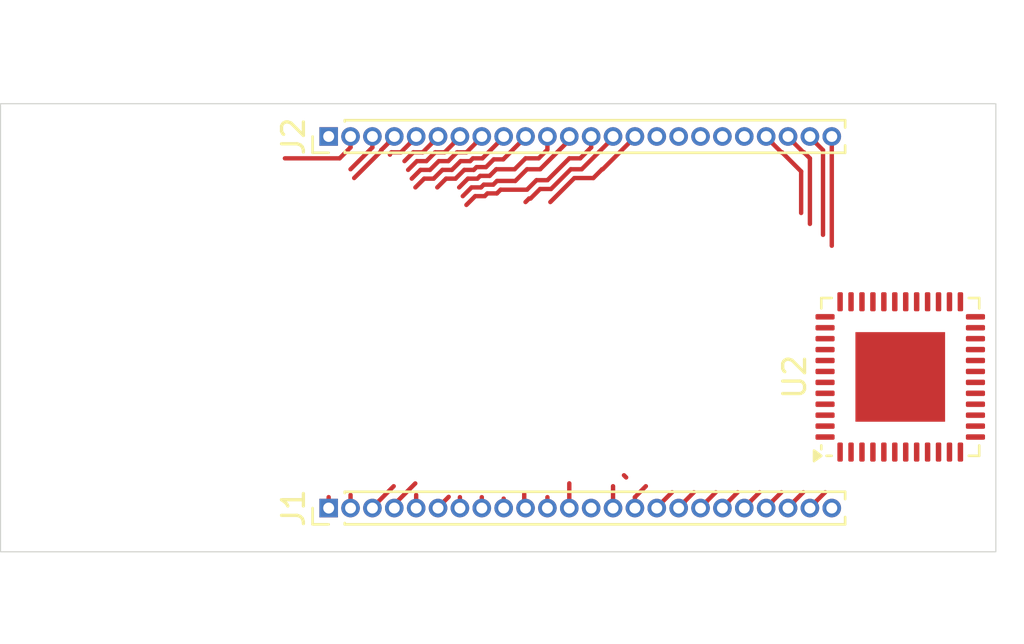
<source format=kicad_pcb>
(kicad_pcb (version 20241229) (generator "pcbnew") (generator_version "9.0")
  (layers (0 "F.Cu" signal) (2 "B.Cu" signal) (13 "F.Paste" user) (15 "B.Paste" user) (5 "F.SilkS" user "F.Silkscreen") (7 "B.SilkS" user "B.Silkscreen") (1 "F.Mask" user) (3 "B.Mask" user) (25 "Edge.Cuts" user))
  (net 0 "")
  (net 1 "Net-(J2-Pin_3)")
  (net 2 "Net-(J2-Pin_5)")
  (net 3 "Net-(J2-Pin_10)")
  (net 4 "Net-(J2-Pin_6)")
  (net 5 "Net-(J2-Pin_8)")
  (net 6 "Net-(J2-Pin_2)")
  (net 7 "Net-(J2-Pin_7)")
  (net 8 "Net-(J2-Pin_11)")
  (net 9 "Net-(J2-Pin_1)")
  (net 10 "Net-(J2-Pin_12)")
  (net 11 "Net-(J2-Pin_4)")
  (net 12 "Net-(J2-Pin_9)")
  (net 13 "Net-(J1-Pin_4)")
  (net 14 "Net-(J1-Pin_15)")
  (net 15 "Net-(J1-Pin_10)")
  (net 16 "Net-(J1-Pin_21)")
  (net 17 "Net-(J1-Pin_2)")
  (net 18 "Net-(J1-Pin_9)")
  (net 19 "Net-(J1-Pin_12)")
  (net 20 "Net-(J1-Pin_13)")
  (net 21 "Net-(J1-Pin_7)")
  (net 22 "Net-(J1-Pin_22)")
  (net 23 "Net-(J1-Pin_6)")
  (net 24 "Net-(J1-Pin_8)")
  (net 25 "Net-(J1-Pin_20)")
  (net 27 "Net-(J1-Pin_23)")
  (net 28 "Net-(J1-Pin_17)")
  (net 29 "Net-(J1-Pin_11)")
  (net 30 "Net-(J1-Pin_24)")
  (net 31 "Net-(J1-Pin_1)")
  (net 32 "Net-(J1-Pin_5)")
  (net 33 "Net-(J1-Pin_3)")
  (net 34 "Net-(J1-Pin_19)")
  (net 35 "Net-(J1-Pin_16)")
  (net 36 "Net-(J1-Pin_18)")
  (net 37 "Net-(J1-Pin_14)")
  (net 38 "Net-(J2-Pin_24)")
  (net 39 "Net-(J2-Pin_17)")
  (net 40 "Net-(J2-Pin_19)")
  (net 41 "Net-(J2-Pin_13)")
  (net 42 "Net-(J2-Pin_15)")
  (net 43 "Net-(J2-Pin_20)")
  (net 44 "Net-(J2-Pin_18)")
  (net 45 "Net-(J2-Pin_16)")
  (net 46 "Net-(J2-Pin_14)")
  (net 47 "Net-(J2-Pin_23)")
  (net 48 "Net-(J2-Pin_22)")
  (net 49 "Net-(J2-Pin_21)")
  (footprint "Package_DFN_QFN:VQFN-48-1EP_7x7mm_P0.5mm_EP4.1x4.1mm" (layer "F.Cu") (at 191.63 55 90)
    (property "Reference" "U2" (at 0 -4.83 90) (layer "F.SilkS"))
    (property "Value" "PIC32CX1012BZ25048")
    (fp_line (start 3.61 -3.61) (end 3.61 -3.135) (stroke (width 0.12)) (layer "F.SilkS"))
    (fp_line (start 3.135 -3.61) (end 3.61 -3.61) (stroke (width 0.12)) (layer "F.SilkS"))
    (fp_line (start -3.135 -3.61) (end -3.31 -3.61) (stroke (width 0.12)) (layer "F.SilkS"))
    (fp_line (start -3.61 -3.135) (end -3.61 -3.37) (stroke (width 0.12)) (layer "F.SilkS"))
    (fp_line (start 3.61 3.61) (end 3.61 3.135) (stroke (width 0.12)) (layer "F.SilkS"))
    (fp_line (start 3.135 3.61) (end 3.61 3.61) (stroke (width 0.12)) (layer "F.SilkS"))
    (fp_line (start -3.135 3.61) (end -3.61 3.61) (stroke (width 0.12)) (layer "F.SilkS"))
    (fp_line (start -3.61 3.61) (end -3.61 3.135) (stroke (width 0.12)) (layer "F.SilkS"))
    (fp_poly (pts (xy -3.61 -3.61) (xy -3.85 -3.94) (xy -3.37 -3.94)) (stroke (width 0.12)) (fill yes) (layer "F.SilkS"))
    (pad "1" smd roundrect (at -3.4375 -2.75 90) (size 0.875 0.25) (layers "F.Cu" "F.Mask" "F.Paste") (net 31 "Net-(J1-Pin_1)"))
    (pad "2" smd roundrect (at -3.4375 -2.25 90) (size 0.875 0.25) (layers "F.Cu" "F.Mask" "F.Paste") (net 17 "Net-(J1-Pin_2)"))
    (pad "3" smd roundrect (at -3.4375 -1.75 90) (size 0.875 0.25) (layers "F.Cu" "F.Mask" "F.Paste") (net 33 "Net-(J1-Pin_3)"))
    (pad "4" smd roundrect (at -3.4375 -1.25 90) (size 0.875 0.25) (layers "F.Cu" "F.Mask" "F.Paste") (net 13 "Net-(J1-Pin_4)"))
    (pad "5" smd roundrect (at -3.4375 -0.75 90) (size 0.875 0.25) (layers "F.Cu" "F.Mask" "F.Paste") (net 32 "Net-(J1-Pin_5)"))
    (pad "6" smd roundrect (at -3.4375 -0.25 90) (size 0.875 0.25) (layers "F.Cu" "F.Mask" "F.Paste") (net 23 "Net-(J1-Pin_6)"))
    (pad "7" smd roundrect (at -3.4375 0.25 90) (size 0.875 0.25) (layers "F.Cu" "F.Mask" "F.Paste") (net 21 "Net-(J1-Pin_7)"))
    (pad "8" smd roundrect (at -3.4375 0.75 90) (size 0.875 0.25) (layers "F.Cu" "F.Mask" "F.Paste") (net 24 "Net-(J1-Pin_8)"))
    (pad "9" smd roundrect (at -3.4375 1.25 90) (size 0.875 0.25) (layers "F.Cu" "F.Mask" "F.Paste") (net 18 "Net-(J1-Pin_9)"))
    (pad "10" smd roundrect (at -3.4375 1.75 90) (size 0.875 0.25) (layers "F.Cu" "F.Mask" "F.Paste") (net 15 "Net-(J1-Pin_10)"))
    (pad "11" smd roundrect (at -3.4375 2.25 90) (size 0.875 0.25) (layers "F.Cu" "F.Mask" "F.Paste") (net 29 "Net-(J1-Pin_11)"))
    (pad "12" smd roundrect (at -3.4375 2.75 90) (size 0.875 0.25) (layers "F.Cu" "F.Mask" "F.Paste") (net 19 "Net-(J1-Pin_12)"))
    (pad "13" smd roundrect (at -2.75 3.4375 90) (size 0.25 0.875) (layers "F.Cu" "F.Mask" "F.Paste") (net 20 "Net-(J1-Pin_13)"))
    (pad "14" smd roundrect (at -2.25 3.4375 90) (size 0.25 0.875) (layers "F.Cu" "F.Mask" "F.Paste") (net 37 "Net-(J1-Pin_14)"))
    (pad "15" smd roundrect (at -1.75 3.4375 90) (size 0.25 0.875) (layers "F.Cu" "F.Mask" "F.Paste") (net 14 "Net-(J1-Pin_15)"))
    (pad "16" smd roundrect (at -1.25 3.4375 90) (size 0.25 0.875) (layers "F.Cu" "F.Mask" "F.Paste") (net 35 "Net-(J1-Pin_16)"))
    (pad "17" smd roundrect (at -0.75 3.4375 90) (size 0.25 0.875) (layers "F.Cu" "F.Mask" "F.Paste") (net 28 "Net-(J1-Pin_17)"))
    (pad "18" smd roundrect (at -0.25 3.4375 90) (size 0.25 0.875) (layers "F.Cu" "F.Mask" "F.Paste") (net 36 "Net-(J1-Pin_18)"))
    (pad "19" smd roundrect (at 0.25 3.4375 90) (size 0.25 0.875) (layers "F.Cu" "F.Mask" "F.Paste") (net 34 "Net-(J1-Pin_19)"))
    (pad "20" smd roundrect (at 0.75 3.4375 90) (size 0.25 0.875) (layers "F.Cu" "F.Mask" "F.Paste") (net 25 "Net-(J1-Pin_20)"))
    (pad "21" smd roundrect (at 1.25 3.4375 90) (size 0.25 0.875) (layers "F.Cu" "F.Mask" "F.Paste") (net 16 "Net-(J1-Pin_21)"))
    (pad "22" smd roundrect (at 1.75 3.4375 90) (size 0.25 0.875) (layers "F.Cu" "F.Mask" "F.Paste") (net 22 "Net-(J1-Pin_22)"))
    (pad "23" smd roundrect (at 2.25 3.4375 90) (size 0.25 0.875) (layers "F.Cu" "F.Mask" "F.Paste") (net 27 "Net-(J1-Pin_23)"))
    (pad "24" smd roundrect (at 2.75 3.4375 90) (size 0.25 0.875) (layers "F.Cu" "F.Mask" "F.Paste") (net 30 "Net-(J1-Pin_24)"))
    (pad "25" smd roundrect (at 3.4375 2.75 90) (size 0.875 0.25) (layers "F.Cu" "F.Mask" "F.Paste") (net 38 "Net-(J2-Pin_24)"))
    (pad "26" smd roundrect (at 3.4375 2.25 90) (size 0.875 0.25) (layers "F.Cu" "F.Mask" "F.Paste") (net 47 "Net-(J2-Pin_23)"))
    (pad "27" smd roundrect (at 3.4375 1.75 90) (size 0.875 0.25) (layers "F.Cu" "F.Mask" "F.Paste") (net 48 "Net-(J2-Pin_22)"))
    (pad "28" smd roundrect (at 3.4375 1.25 90) (size 0.875 0.25) (layers "F.Cu" "F.Mask" "F.Paste") (net 49 "Net-(J2-Pin_21)"))
    (pad "29" smd roundrect (at 3.4375 0.75 90) (size 0.875 0.25) (layers "F.Cu" "F.Mask" "F.Paste") (net 43 "Net-(J2-Pin_20)"))
    (pad "30" smd roundrect (at 3.4375 0.25 90) (size 0.875 0.25) (layers "F.Cu" "F.Mask" "F.Paste") (net 40 "Net-(J2-Pin_19)"))
    (pad "31" smd roundrect (at 3.4375 -0.25 90) (size 0.875 0.25) (layers "F.Cu" "F.Mask" "F.Paste") (net 44 "Net-(J2-Pin_18)"))
    (pad "32" smd roundrect (at 3.4375 -0.75 90) (size 0.875 0.25) (layers "F.Cu" "F.Mask" "F.Paste") (net 39 "Net-(J2-Pin_17)"))
    (pad "33" smd roundrect (at 3.4375 -1.25 90) (size 0.875 0.25) (layers "F.Cu" "F.Mask" "F.Paste") (net 45 "Net-(J2-Pin_16)"))
    (pad "34" smd roundrect (at 3.4375 -1.75 90) (size 0.875 0.25) (layers "F.Cu" "F.Mask" "F.Paste") (net 42 "Net-(J2-Pin_15)"))
    (pad "35" smd roundrect (at 3.4375 -2.25 90) (size 0.875 0.25) (layers "F.Cu" "F.Mask" "F.Paste") (net 46 "Net-(J2-Pin_14)"))
    (pad "36" smd roundrect (at 3.4375 -2.75 90) (size 0.875 0.25) (layers "F.Cu" "F.Mask" "F.Paste") (net 41 "Net-(J2-Pin_13)"))
    (pad "37" smd roundrect (at 2.75 -3.4375 90) (size 0.25 0.875) (layers "F.Cu" "F.Mask" "F.Paste") (net 10 "Net-(J2-Pin_12)"))
    (pad "38" smd roundrect (at 2.25 -3.4375 90) (size 0.25 0.875) (layers "F.Cu" "F.Mask" "F.Paste") (net 8 "Net-(J2-Pin_11)"))
    (pad "39" smd roundrect (at 1.75 -3.4375 90) (size 0.25 0.875) (layers "F.Cu" "F.Mask" "F.Paste") (net 3 "Net-(J2-Pin_10)"))
    (pad "40" smd roundrect (at 1.25 -3.4375 90) (size 0.25 0.875) (layers "F.Cu" "F.Mask" "F.Paste") (net 12 "Net-(J2-Pin_9)"))
    (pad "41" smd roundrect (at 0.75 -3.4375 90) (size 0.25 0.875) (layers "F.Cu" "F.Mask" "F.Paste") (net 5 "Net-(J2-Pin_8)"))
    (pad "42" smd roundrect (at 0.25 -3.4375 90) (size 0.25 0.875) (layers "F.Cu" "F.Mask" "F.Paste") (net 7 "Net-(J2-Pin_7)"))
    (pad "43" smd roundrect (at -0.25 -3.4375 90) (size 0.25 0.875) (layers "F.Cu" "F.Mask" "F.Paste") (net 4 "Net-(J2-Pin_6)"))
    (pad "44" smd roundrect (at -0.75 -3.4375 90) (size 0.25 0.875) (layers "F.Cu" "F.Mask" "F.Paste") (net 2 "Net-(J2-Pin_5)"))
    (pad "45" smd roundrect (at -1.25 -3.4375 90) (size 0.25 0.875) (layers "F.Cu" "F.Mask" "F.Paste") (net 11 "Net-(J2-Pin_4)"))
    (pad "46" smd roundrect (at -1.75 -3.4375 90) (size 0.25 0.875) (layers "F.Cu" "F.Mask" "F.Paste") (net 1 "Net-(J2-Pin_3)"))
    (pad "47" smd roundrect (at -2.25 -3.4375 90) (size 0.25 0.875) (layers "F.Cu" "F.Mask" "F.Paste") (net 6 "Net-(J2-Pin_2)"))
    (pad "48" smd roundrect (at -2.75 -3.4375 90) (size 0.25 0.875) (layers "F.Cu" "F.Mask" "F.Paste") (net 9 "Net-(J2-Pin_1)"))
    (pad "49" smd rect (at 0 0 90) (size 4.1 4.1) (property pad_prop_heatsink) (layers "F.Cu" "F.Mask"))
  )
  (footprint "Connector_PinHeader_1.00mm:PinHeader_1x24_P1.00mm_Vertical" (layer "F.Cu") (at 165.5 44 90)
    (property "Reference" "J2" (at 0 -1.61 90) (layer "F.SilkS"))
    (property "Value" "Conn_01x24_Pin")
    (fp_line (start -0.745 -0.735) (end 0 -0.735) (stroke (width 0.12)) (layer "F.SilkS"))
    (fp_line (start -0.745 0) (end -0.745 -0.735) (stroke (width 0.12)) (layer "F.SilkS"))
    (fp_line (start 0.745 0.735) (end 0.745 23.61) (stroke (width 0.12)) (layer "F.SilkS"))
    (fp_line (start 0.685565 0.735) (end 0.745 0.735) (stroke (width 0.12)) (layer "F.SilkS"))
    (fp_line (start -0.745 0.735) (end -0.685565 0.735) (stroke (width 0.12)) (layer "F.SilkS"))
    (fp_line (start -0.745 0.735) (end -0.745 23.61) (stroke (width 0.12)) (layer "F.SilkS"))
    (fp_line (start 0.41003 23.61) (end 0.745 23.61) (stroke (width 0.12)) (layer "F.SilkS"))
    (fp_line (start -0.745 23.61) (end -0.41003 23.61) (stroke (width 0.12)) (layer "F.SilkS"))
    (pad "1" thru_hole rect (at 0 0 90) (size 0.85 0.85) (drill 0.5) (layers "*.Cu" "*.Mask") (net 9 "Net-(J2-Pin_1)"))
    (pad "2" thru_hole circle (at 0 1 90) (size 0.85 0.85) (drill 0.5) (layers "*.Cu" "*.Mask") (net 6 "Net-(J2-Pin_2)"))
    (pad "3" thru_hole circle (at 0 2 90) (size 0.85 0.85) (drill 0.5) (layers "*.Cu" "*.Mask") (net 1 "Net-(J2-Pin_3)"))
    (pad "4" thru_hole circle (at 0 3 90) (size 0.85 0.85) (drill 0.5) (layers "*.Cu" "*.Mask") (net 11 "Net-(J2-Pin_4)"))
    (pad "5" thru_hole circle (at 0 4 90) (size 0.85 0.85) (drill 0.5) (layers "*.Cu" "*.Mask") (net 2 "Net-(J2-Pin_5)"))
    (pad "6" thru_hole circle (at 0 5 90) (size 0.85 0.85) (drill 0.5) (layers "*.Cu" "*.Mask") (net 4 "Net-(J2-Pin_6)"))
    (pad "7" thru_hole circle (at 0 6 90) (size 0.85 0.85) (drill 0.5) (layers "*.Cu" "*.Mask") (net 7 "Net-(J2-Pin_7)"))
    (pad "8" thru_hole circle (at 0 7 90) (size 0.85 0.85) (drill 0.5) (layers "*.Cu" "*.Mask") (net 5 "Net-(J2-Pin_8)"))
    (pad "9" thru_hole circle (at 0 8 90) (size 0.85 0.85) (drill 0.5) (layers "*.Cu" "*.Mask") (net 12 "Net-(J2-Pin_9)"))
    (pad "10" thru_hole circle (at 0 9 90) (size 0.85 0.85) (drill 0.5) (layers "*.Cu" "*.Mask") (net 3 "Net-(J2-Pin_10)"))
    (pad "11" thru_hole circle (at 0 10 90) (size 0.85 0.85) (drill 0.5) (layers "*.Cu" "*.Mask") (net 8 "Net-(J2-Pin_11)"))
    (pad "12" thru_hole circle (at 0 11 90) (size 0.85 0.85) (drill 0.5) (layers "*.Cu" "*.Mask") (net 10 "Net-(J2-Pin_12)"))
    (pad "13" thru_hole circle (at 0 12 90) (size 0.85 0.85) (drill 0.5) (layers "*.Cu" "*.Mask") (net 41 "Net-(J2-Pin_13)"))
    (pad "14" thru_hole circle (at 0 13 90) (size 0.85 0.85) (drill 0.5) (layers "*.Cu" "*.Mask") (net 46 "Net-(J2-Pin_14)"))
    (pad "15" thru_hole circle (at 0 14 90) (size 0.85 0.85) (drill 0.5) (layers "*.Cu" "*.Mask") (net 42 "Net-(J2-Pin_15)"))
    (pad "16" thru_hole circle (at 0 15 90) (size 0.85 0.85) (drill 0.5) (layers "*.Cu" "*.Mask") (net 45 "Net-(J2-Pin_16)"))
    (pad "17" thru_hole circle (at 0 16 90) (size 0.85 0.85) (drill 0.5) (layers "*.Cu" "*.Mask") (net 39 "Net-(J2-Pin_17)"))
    (pad "18" thru_hole circle (at 0 17 90) (size 0.85 0.85) (drill 0.5) (layers "*.Cu" "*.Mask") (net 44 "Net-(J2-Pin_18)"))
    (pad "19" thru_hole circle (at 0 18 90) (size 0.85 0.85) (drill 0.5) (layers "*.Cu" "*.Mask") (net 40 "Net-(J2-Pin_19)"))
    (pad "20" thru_hole circle (at 0 19 90) (size 0.85 0.85) (drill 0.5) (layers "*.Cu" "*.Mask") (net 43 "Net-(J2-Pin_20)"))
    (pad "21" thru_hole circle (at 0 20 90) (size 0.85 0.85) (drill 0.5) (layers "*.Cu" "*.Mask") (net 49 "Net-(J2-Pin_21)"))
    (pad "22" thru_hole circle (at 0 21 90) (size 0.85 0.85) (drill 0.5) (layers "*.Cu" "*.Mask") (net 48 "Net-(J2-Pin_22)"))
    (pad "23" thru_hole circle (at 0 22 90) (size 0.85 0.85) (drill 0.5) (layers "*.Cu" "*.Mask") (net 47 "Net-(J2-Pin_23)"))
    (pad "24" thru_hole circle (at 0 23 90) (size 0.85 0.85) (drill 0.5) (layers "*.Cu" "*.Mask") (net 38 "Net-(J2-Pin_24)"))
  )
  (footprint "Connector_PinHeader_1.00mm:PinHeader_1x24_P1.00mm_Vertical" (layer "F.Cu") (at 165.5 61 90)
    (property "Reference" "J1" (at 0 -1.61 90) (layer "F.SilkS"))
    (property "Value" "Conn_01x24_Pin")
    (fp_line (start -0.745 -0.735) (end 0 -0.735) (stroke (width 0.12)) (layer "F.SilkS"))
    (fp_line (start -0.745 0) (end -0.745 -0.735) (stroke (width 0.12)) (layer "F.SilkS"))
    (fp_line (start 0.745 0.735) (end 0.745 23.61) (stroke (width 0.12)) (layer "F.SilkS"))
    (fp_line (start 0.685565 0.735) (end 0.745 0.735) (stroke (width 0.12)) (layer "F.SilkS"))
    (fp_line (start -0.745 0.735) (end -0.685565 0.735) (stroke (width 0.12)) (layer "F.SilkS"))
    (fp_line (start -0.745 0.735) (end -0.745 23.61) (stroke (width 0.12)) (layer "F.SilkS"))
    (fp_line (start 0.41003 23.61) (end 0.745 23.61) (stroke (width 0.12)) (layer "F.SilkS"))
    (fp_line (start -0.745 23.61) (end -0.41003 23.61) (stroke (width 0.12)) (layer "F.SilkS"))
    (pad "1" thru_hole rect (at 0 0 90) (size 0.85 0.85) (drill 0.5) (layers "*.Cu" "*.Mask") (net 31 "Net-(J1-Pin_1)"))
    (pad "2" thru_hole circle (at 0 1 90) (size 0.85 0.85) (drill 0.5) (layers "*.Cu" "*.Mask") (net 17 "Net-(J1-Pin_2)"))
    (pad "3" thru_hole circle (at 0 2 90) (size 0.85 0.85) (drill 0.5) (layers "*.Cu" "*.Mask") (net 33 "Net-(J1-Pin_3)"))
    (pad "4" thru_hole circle (at 0 3 90) (size 0.85 0.85) (drill 0.5) (layers "*.Cu" "*.Mask") (net 13 "Net-(J1-Pin_4)"))
    (pad "5" thru_hole circle (at 0 4 90) (size 0.85 0.85) (drill 0.5) (layers "*.Cu" "*.Mask") (net 32 "Net-(J1-Pin_5)"))
    (pad "6" thru_hole circle (at 0 5 90) (size 0.85 0.85) (drill 0.5) (layers "*.Cu" "*.Mask") (net 23 "Net-(J1-Pin_6)"))
    (pad "7" thru_hole circle (at 0 6 90) (size 0.85 0.85) (drill 0.5) (layers "*.Cu" "*.Mask") (net 21 "Net-(J1-Pin_7)"))
    (pad "8" thru_hole circle (at 0 7 90) (size 0.85 0.85) (drill 0.5) (layers "*.Cu" "*.Mask") (net 24 "Net-(J1-Pin_8)"))
    (pad "9" thru_hole circle (at 0 8 90) (size 0.85 0.85) (drill 0.5) (layers "*.Cu" "*.Mask") (net 18 "Net-(J1-Pin_9)"))
    (pad "10" thru_hole circle (at 0 9 90) (size 0.85 0.85) (drill 0.5) (layers "*.Cu" "*.Mask") (net 15 "Net-(J1-Pin_10)"))
    (pad "11" thru_hole circle (at 0 10 90) (size 0.85 0.85) (drill 0.5) (layers "*.Cu" "*.Mask") (net 29 "Net-(J1-Pin_11)"))
    (pad "12" thru_hole circle (at 0 11 90) (size 0.85 0.85) (drill 0.5) (layers "*.Cu" "*.Mask") (net 19 "Net-(J1-Pin_12)"))
    (pad "13" thru_hole circle (at 0 12 90) (size 0.85 0.85) (drill 0.5) (layers "*.Cu" "*.Mask") (net 20 "Net-(J1-Pin_13)"))
    (pad "14" thru_hole circle (at 0 13 90) (size 0.85 0.85) (drill 0.5) (layers "*.Cu" "*.Mask") (net 37 "Net-(J1-Pin_14)"))
    (pad "15" thru_hole circle (at 0 14 90) (size 0.85 0.85) (drill 0.5) (layers "*.Cu" "*.Mask") (net 14 "Net-(J1-Pin_15)"))
    (pad "16" thru_hole circle (at 0 15 90) (size 0.85 0.85) (drill 0.5) (layers "*.Cu" "*.Mask") (net 35 "Net-(J1-Pin_16)"))
    (pad "17" thru_hole circle (at 0 16 90) (size 0.85 0.85) (drill 0.5) (layers "*.Cu" "*.Mask") (net 28 "Net-(J1-Pin_17)"))
    (pad "18" thru_hole circle (at 0 17 90) (size 0.85 0.85) (drill 0.5) (layers "*.Cu" "*.Mask") (net 36 "Net-(J1-Pin_18)"))
    (pad "19" thru_hole circle (at 0 18 90) (size 0.85 0.85) (drill 0.5) (layers "*.Cu" "*.Mask") (net 34 "Net-(J1-Pin_19)"))
    (pad "20" thru_hole circle (at 0 19 90) (size 0.85 0.85) (drill 0.5) (layers "*.Cu" "*.Mask") (net 25 "Net-(J1-Pin_20)"))
    (pad "21" thru_hole circle (at 0 20 90) (size 0.85 0.85) (drill 0.5) (layers "*.Cu" "*.Mask") (net 16 "Net-(J1-Pin_21)"))
    (pad "22" thru_hole circle (at 0 21 90) (size 0.85 0.85) (drill 0.5) (layers "*.Cu" "*.Mask") (net 22 "Net-(J1-Pin_22)"))
    (pad "23" thru_hole circle (at 0 22 90) (size 0.85 0.85) (drill 0.5) (layers "*.Cu" "*.Mask") (net 27 "Net-(J1-Pin_23)"))
    (pad "24" thru_hole circle (at 0 23 90) (size 0.85 0.85) (drill 0.5) (layers "*.Cu" "*.Mask") (net 30 "Net-(J1-Pin_24)"))
  )
  (gr_rect (start 150.5 42.5) (end 196 63) (stroke (width 0.05)) (fill no) (layer "Edge.Cuts"))
  (segment (start 166.5 45.5) (end 167.5 44.5) (width 0.2) (layer "F.Cu") (net 1))
  (segment (start 167.5 44.5) (end 167.5 44) (width 0.2) (layer "F.Cu") (net 1))
  (segment (start 167.602 44.1017) (end 167.5 44) (width 0.2) (layer "F.Cu") (net 1))
  (segment (start 169.226 44.30072) (end 169.226 44) (width 0.2) (layer "F.Cu") (net 2))
  (segment (start 168.80072 44.726) (end 169.226 44.30072) (width 0.2) (layer "F.Cu") (net 2))
  (segment (start 168.302 44.8322) (end 168.302 44.79182) (width 0.2) (layer "F.Cu") (net 2))
  (segment (start 168.302 44.79182) (end 168.36782 44.726) (width 0.2) (layer "F.Cu") (net 2))
  (segment (start 169.226 44) (end 169.5 44) (width 0.2) (layer "F.Cu") (net 2))
  (segment (start 168.36782 44.726) (end 168.80072 44.726) (width 0.2) (layer "F.Cu") (net 2))
  (segment (start 169.5 44) (end 169.3524 44.1476) (width 0.2) (layer "B.Cu") (net 2))
  (segment (start 174.5 44.0388) (end 174.5 44) (width 0.2) (layer "F.Cu") (net 3))
  (segment (start 171.70002 45.528) (end 172.13292 45.528) (width 0.2) (layer "F.Cu") (net 3))
  (segment (start 170.86612 45.929) (end 171.29902 45.929) (width 0.2) (layer "F.Cu") (net 3))
  (segment (start 173.04691 45.04691) (end 173.47981 45.04691) (width 0.2) (layer "F.Cu") (net 3))
  (segment (start 171.29902 45.929) (end 171.70002 45.528) (width 0.2) (layer "F.Cu") (net 3))
  (segment (start 172.13292 45.528) (end 172.25992 45.401) (width 0.2) (layer "F.Cu") (net 3))
  (segment (start 170.46512 46.33) (end 170.86612 45.929) (width 0.2) (layer "F.Cu") (net 3))
  (segment (start 172.69282 45.401) (end 173.04691 45.04691) (width 0.2) (layer "F.Cu") (net 3))
  (segment (start 172.25992 45.401) (end 172.69282 45.401) (width 0.2) (layer "F.Cu") (net 3))
  (segment (start 173.47981 45.04691) (end 174.5 44.02672) (width 0.2) (layer "F.Cu") (net 3))
  (segment (start 174.5 44.02672) (end 174.5 44) (width 0.2) (layer "F.Cu") (net 3))
  (segment (start 170.226 44) (end 170.5 44) (width 0.2) (layer "F.Cu") (net 4))
  (segment (start 170.226 44.30072) (end 170.226 44) (width 0.2) (layer "F.Cu") (net 4))
  (segment (start 169.80072 44.726) (end 170.226 44.30072) (width 0.2) (layer "F.Cu") (net 4))
  (segment (start 168.96682 45.127) (end 169.36782 44.726) (width 0.2) (layer "F.Cu") (net 4))
  (segment (start 169.36782 44.726) (end 169.80072 44.726) (width 0.2) (layer "F.Cu") (net 4))
  (segment (start 169.29902 45.929) (end 169.70002 45.528) (width 0.2) (layer "F.Cu") (net 5))
  (segment (start 172.5 44.2986) (end 172.5 44) (width 0.2) (layer "F.Cu") (net 5))
  (segment (start 170.53392 45.127) (end 170.96682 45.127) (width 0.2) (layer "F.Cu") (net 5))
  (segment (start 170.96682 45.127) (end 171.36782 44.726) (width 0.2) (layer "F.Cu") (net 5))
  (segment (start 170.13292 45.528) (end 170.53392 45.127) (width 0.2) (layer "F.Cu") (net 5))
  (segment (start 169.70002 45.528) (end 170.13292 45.528) (width 0.2) (layer "F.Cu") (net 5))
  (segment (start 171.80072 44.726) (end 172.226 44.30072) (width 0.2) (layer "F.Cu") (net 5))
  (segment (start 172.226 44.30072) (end 172.226 44) (width 0.2) (layer "F.Cu") (net 5))
  (segment (start 171.36782 44.726) (end 171.80072 44.726) (width 0.2) (layer "F.Cu") (net 5))
  (segment (start 172.226 44) (end 172.5 44) (width 0.2) (layer "F.Cu") (net 5))
  (segment (start 163.5 45) (end 166 45) (width 0.2) (layer "F.Cu") (net 6))
  (segment (start 166 45) (end 166.5 44.5) (width 0.2) (layer "F.Cu") (net 6))
  (segment (start 166.5 44.5) (end 166.5 44) (width 0.2) (layer "F.Cu") (net 6))
  (segment (start 166.5 44) (end 166.398 44.1017) (width 0.2) (layer "F.Cu") (net 6))
  (segment (start 171.226 44.30072) (end 171.226 44) (width 0.2) (layer "F.Cu") (net 7))
  (segment (start 171.226 44) (end 171.5 44) (width 0.2) (layer "F.Cu") (net 7))
  (segment (start 169.53392 45.127) (end 169.96682 45.127) (width 0.2) (layer "F.Cu") (net 7))
  (segment (start 170.80072 44.726) (end 171.226 44.30072) (width 0.2) (layer "F.Cu") (net 7))
  (segment (start 169.13292 45.528) (end 169.53392 45.127) (width 0.2) (layer "F.Cu") (net 7))
  (segment (start 170.36782 44.726) (end 170.80072 44.726) (width 0.2) (layer "F.Cu") (net 7))
  (segment (start 169.96682 45.127) (end 170.36782 44.726) (width 0.2) (layer "F.Cu") (net 7))
  (segment (start 172.29902 45.929) (end 172.42602 45.802) (width 0.2) (layer "F.Cu") (net 8))
  (segment (start 171.46512 46.33) (end 171.86612 45.929) (width 0.2) (layer "F.Cu") (net 8))
  (segment (start 172.42602 45.802) (end 172.85892 45.802) (width 0.2) (layer "F.Cu") (net 8))
  (segment (start 175.5 44.60104) (end 175.5 44) (width 0.2) (layer "F.Cu") (net 8))
  (segment (start 174.5 45) (end 175.10104 45) (width 0.2) (layer "F.Cu") (net 8))
  (segment (start 172.85892 45.802) (end 173.16092 45.5) (width 0.2) (layer "F.Cu") (net 8))
  (segment (start 173.16092 45.5) (end 174 45.5) (width 0.2) (layer "F.Cu") (net 8))
  (segment (start 175.10104 45) (end 175.5 44.60104) (width 0.2) (layer "F.Cu") (net 8))
  (segment (start 174 45.5) (end 174.5 45) (width 0.2) (layer "F.Cu") (net 8))
  (segment (start 171.86612 45.929) (end 172.29902 45.929) (width 0.2) (layer "F.Cu") (net 8))
  (segment (start 174.5671 45.5) (end 175.16814 45.5) (width 0.2) (layer "F.Cu") (net 10))
  (segment (start 175.16814 45.5) (end 176.5 44.16814) (width 0.2) (layer "F.Cu") (net 10))
  (segment (start 176.5 44.16814) (end 176.5 44) (width 0.2) (layer "F.Cu") (net 10))
  (segment (start 172.59212 46.203) (end 173.02502 46.203) (width 0.2) (layer "F.Cu") (net 10))
  (segment (start 174.03355 46.03355) (end 174.5671 45.5) (width 0.2) (layer "F.Cu") (net 10))
  (segment (start 171.63122 46.731) (end 172.03222 46.33) (width 0.2) (layer "F.Cu") (net 10))
  (segment (start 173.02502 46.203) (end 173.19447 46.03355) (width 0.2) (layer "F.Cu") (net 10))
  (segment (start 173.19447 46.03355) (end 174.03355 46.03355) (width 0.2) (layer "F.Cu") (net 10))
  (segment (start 172.03222 46.33) (end 172.46512 46.33) (width 0.2) (layer "F.Cu") (net 10))
  (segment (start 172.46512 46.33) (end 172.59212 46.203) (width 0.2) (layer "F.Cu") (net 10))
  (segment (start 167.901 44.6661) (end 167.901 44.62572) (width 0.2) (layer "F.Cu") (net 11))
  (segment (start 167.901 44.62572) (end 168.226 44.30072) (width 0.2) (layer "F.Cu") (net 11))
  (segment (start 168.226 44.30072) (end 168.226 44) (width 0.2) (layer "F.Cu") (net 11))
  (segment (start 166.6661 45.901) (end 167.901 44.6661) (width 0.2) (layer "F.Cu") (net 11))
  (segment (start 168.226 44) (end 168.5 44) (width 0.2) (layer "F.Cu") (net 11))
  (segment (start 171.53392 45.127) (end 171.96682 45.127) (width 0.2) (layer "F.Cu") (net 12))
  (segment (start 170.70002 45.528) (end 171.13292 45.528) (width 0.2) (layer "F.Cu") (net 12))
  (segment (start 169.86612 45.929) (end 170.29902 45.929) (width 0.2) (layer "F.Cu") (net 12))
  (segment (start 169.46512 46.33) (end 169.86612 45.929) (width 0.2) (layer "F.Cu") (net 12))
  (segment (start 171.13292 45.528) (end 171.53392 45.127) (width 0.2) (layer "F.Cu") (net 12))
  (segment (start 173.5 44.0278) (end 173.5 44) (width 0.2) (layer "F.Cu") (net 12))
  (segment (start 172.09382 45) (end 172.52672 45) (width 0.2) (layer "F.Cu") (net 12))
  (segment (start 172.52672 45) (end 173.5 44.02672) (width 0.2) (layer "F.Cu") (net 12))
  (segment (start 173.5 44.02672) (end 173.5 44) (width 0.2) (layer "F.Cu") (net 12))
  (segment (start 170.29902 45.929) (end 170.70002 45.528) (width 0.2) (layer "F.Cu") (net 12))
  (segment (start 171.96682 45.127) (end 172.09382 45) (width 0.2) (layer "F.Cu") (net 12))
  (segment (start 169.45886 59.873) (end 168.5 60.83186) (width 0.2) (layer "F.Cu") (net 13))
  (segment (start 168.5 60.83186) (end 168.5 61) (width 0.2) (layer "F.Cu") (net 13))
  (segment (start 179.5 61) (end 179.373 60.8734) (width 0.2) (layer "F.Cu") (net 14))
  (segment (start 180 60) (end 179.5 60.5) (width 0.2) (layer "F.Cu") (net 14))
  (segment (start 179.5 60.5) (end 179.5 61) (width 0.2) (layer "F.Cu") (net 14))
  (segment (start 174.5 61) (end 174.44 60.94) (width 0.2) (layer "F.Cu") (net 15))
  (segment (start 174.44 60.94) (end 174.38 60.88) (width 0.2) (layer "F.Cu") (net 15))
  (segment (start 174.44 60.3563) (end 174.44 60.94) (width 0.2) (layer "F.Cu") (net 15))
  (segment (start 185.774 60.726) (end 185.5 61) (width 0.2) (layer "F.Cu") (net 16))
  (segment (start 186.19928 60.274) (end 185.774 60.69928) (width 0.2) (layer "F.Cu") (net 16))
  (segment (start 185.774 60.69928) (end 185.774 60.726) (width 0.2) (layer "F.Cu") (net 16))
  (segment (start 166.5139 60.9861) (end 166.5 60.9722) (width 0.2) (layer "F.Cu") (net 17))
  (segment (start 166.5 60.39896) (end 166.5 61) (width 0.2) (layer "F.Cu") (net 17))
  (segment (start 173.5 60.5671) (end 173.5 61) (width 0.2) (layer "F.Cu") (net 18))
  (segment (start 176.5 59.8697) (end 176.5 61) (width 0.2) (layer "F.Cu") (net 19))
  (segment (start 177.5 61) (end 177.688 60.8124) (width 0.2) (layer "F.Cu") (net 20))
  (segment (start 171.5 61) (end 171.5 61.1187) (width 0.2) (layer "F.Cu") (net 21))
  (segment (start 171.5 60.5) (end 171.5 61) (width 0.2) (layer "F.Cu") (net 21))
  (segment (start 187.19928 60.274) (end 186.774 60.69928) (width 0.2) (layer "F.Cu") (net 22))
  (segment (start 186.774 60.726) (end 186.5 61) (width 0.2) (layer "F.Cu") (net 22))
  (segment (start 186.774 60.69928) (end 186.774 60.726) (width 0.2) (layer "F.Cu") (net 22))
  (segment (start 170.98664 60.48664) (end 170.5 60.97328) (width 0.2) (layer "F.Cu") (net 23))
  (segment (start 170.5 60.97328) (end 170.5 61) (width 0.2) (layer "F.Cu") (net 23))
  (segment (start 170.5 61) (end 170.5 60.97328) (width 0.2) (layer "B.Cu") (net 23))
  (segment (start 170.5 60.8836) (end 170.5 61) (width 0.2) (layer "B.Cu") (net 23))
  (segment (start 172.5 60.5) (end 172.5 61) (width 0.2) (layer "F.Cu") (net 24))
  (segment (start 172.5 60.753) (end 172.5 61) (width 0.2) (layer "F.Cu") (net 24))
  (segment (start 184.774 60.69928) (end 184.774 60.726) (width 0.2) (layer "F.Cu") (net 25))
  (segment (start 184.774 60.726) (end 184.5 61) (width 0.2) (layer "F.Cu") (net 25))
  (segment (start 185.19928 60.274) (end 184.774 60.69928) (width 0.2) (layer "F.Cu") (net 25))
  (segment (start 188.19928 60.274) (end 187.774 60.69928) (width 0.2) (layer "F.Cu") (net 27))
  (segment (start 187.774 60.69928) (end 187.774 60.726) (width 0.2) (layer "F.Cu") (net 27))
  (segment (start 187.774 60.726) (end 187.5 61) (width 0.2) (layer "F.Cu") (net 27))
  (segment (start 181.774 60.726) (end 181.774 60.69928) (width 0.2) (layer "F.Cu") (net 28))
  (segment (start 181.774 60.69928) (end 182.19928 60.274) (width 0.2) (layer "F.Cu") (net 28))
  (segment (start 181.5 61) (end 181.774 60.726) (width 0.2) (layer "F.Cu") (net 28))
  (segment (start 175.5 60.5) (end 175.5 61) (width 0.2) (layer "F.Cu") (net 29))
  (segment (start 188.5 61) (end 188.5 60.9092) (width 0.2) (layer "F.Cu") (net 30))
  (segment (start 165.5 60.5) (end 165.5 61) (width 0.2) (layer "F.Cu") (net 31))
  (segment (start 169.5 60.39896) (end 169.5 61) (width 0.2) (layer "F.Cu") (net 32))
  (segment (start 169.5 60.8776) (end 169.5 61) (width 0.2) (layer "B.Cu") (net 32))
  (segment (start 168.47328 60) (end 167.5 60.97328) (width 0.2) (layer "F.Cu") (net 33))
  (segment (start 167.5 60.97328) (end 167.5 61) (width 0.2) (layer "F.Cu") (net 33))
  (segment (start 167.5 60.889) (end 167.5 61) (width 0.2) (layer "F.Cu") (net 33))
  (segment (start 183.774 60.69928) (end 183.774 60.726) (width 0.2) (layer "F.Cu") (net 34))
  (segment (start 184.19928 60.274) (end 183.774 60.69928) (width 0.2) (layer "F.Cu") (net 34))
  (segment (start 183.774 60.726) (end 183.5 61) (width 0.2) (layer "F.Cu") (net 34))
  (segment (start 181.19928 60.274) (end 180.5 60.97328) (width 0.2) (layer "F.Cu") (net 35))
  (segment (start 180.5 60.97328) (end 180.5 61) (width 0.2) (layer "F.Cu") (net 35))
  (segment (start 182.774 60.726) (end 182.5 61) (width 0.2) (layer "F.Cu") (net 36))
  (segment (start 183.19928 60.274) (end 182.774 60.69928) (width 0.2) (layer "F.Cu") (net 36))
  (segment (start 182.774 60.69928) (end 182.774 60.726) (width 0.2) (layer "F.Cu") (net 36))
  (segment (start 178.5 60) (end 178.5 61) (width 0.2) (layer "F.Cu") (net 37))
  (segment (start 179.099 59.599) (end 179 59.5) (width 0.2) (layer "F.Cu") (net 37))
  (segment (start 188.5 49) (end 188.5 44) (width 0.2) (layer "F.Cu") (net 38))
  (segment (start 181.5 44) (end 181.5 44.0485) (width 0.2) (layer "F.Cu") (net 39))
  (segment (start 183.5 44) (end 183.5 44.0731) (width 0.2) (layer "F.Cu") (net 40))
  (segment (start 183.5 44.0769) (end 183.5 44) (width 0.2) (layer "B.Cu") (net 40))
  (segment (start 174.56545 46.43455) (end 175 46) (width 0.2) (layer "F.Cu") (net 41))
  (segment (start 173.36057 46.43455) (end 174.56545 46.43455) (width 0.2) (layer "F.Cu") (net 41))
  (segment (start 172.63122 46.731) (end 172.75822 46.604) (width 0.2) (layer "F.Cu") (net 41))
  (segment (start 172.75822 46.604) (end 173.19112 46.604) (width 0.2) (layer "F.Cu") (net 41))
  (segment (start 176.5 45) (end 177 45) (width 0.2) (layer "F.Cu") (net 41))
  (segment (start 172.19832 46.731) (end 172.63122 46.731) (width 0.2) (layer "F.Cu") (net 41))
  (segment (start 173.19112 46.604) (end 173.36057 46.43455) (width 0.2) (layer "F.Cu") (net 41))
  (segment (start 175.5 46) (end 176.5 45) (width 0.2) (layer "F.Cu") (net 41))
  (segment (start 175 46) (end 175.5 46) (width 0.2) (layer "F.Cu") (net 41))
  (segment (start 177.5 44.5) (end 177.5 44) (width 0.2) (layer "F.Cu") (net 41))
  (segment (start 171.79732 47.132) (end 172.19832 46.731) (width 0.2) (layer "F.Cu") (net 41))
  (segment (start 177 45) (end 177.5 44.5) (width 0.2) (layer "F.Cu") (net 41))
  (segment (start 178.02672 45.5) (end 179.5 44.02672) (width 0.2) (layer "F.Cu") (net 42))
  (segment (start 179.5 44.02672) (end 179.5 44) (width 0.2) (layer "F.Cu") (net 42))
  (segment (start 179.5 44) (end 179.5 44.1006) (width 0.2) (layer "F.Cu") (net 42))
  (segment (start 175.6342 47) (end 176.7332 45.901) (width 0.2) (layer "F.Cu") (net 42))
  (segment (start 176.7332 45.901) (end 177.599 45.901) (width 0.2) (layer "F.Cu") (net 42))
  (segment (start 178 45.5) (end 178.02672 45.5) (width 0.2) (layer "F.Cu") (net 42))
  (segment (start 177.599 45.901) (end 178 45.5) (width 0.2) (layer "F.Cu") (net 42))
  (segment (start 184.5 44) (end 184.5 44.0787) (width 0.2) (layer "F.Cu") (net 43))
  (segment (start 180.5 44) (end 180.5 44.0804) (width 0.2) (layer "F.Cu") (net 45))
  (segment (start 176.5671 45.5) (end 177.0671 45.5) (width 0.2) (layer "F.Cu") (net 46))
  (segment (start 175.6661 46.401) (end 176.5671 45.5) (width 0.2) (layer "F.Cu") (net 46))
  (segment (start 174.73155 46.83555) (end 175.1661 46.401) (width 0.2) (layer "F.Cu") (net 46))
  (segment (start 175.1661 46.401) (end 175.6661 46.401) (width 0.2) (layer "F.Cu") (net 46))
  (segment (start 174.66445 46.83555) (end 174.73155 46.83555) (width 0.2) (layer "F.Cu") (net 46))
  (segment (start 174.5 47) (end 174.66445 46.83555) (width 0.2) (layer "F.Cu") (net 46))
  (segment (start 177.0671 45.5) (end 178.5 44.0671) (width 0.2) (layer "F.Cu") (net 46))
  (segment (start 178.5 44.0671) (end 178.5 44) (width 0.2) (layer "F.Cu") (net 46))
  (segment (start 178.5 44) (end 178.5 44.1044) (width 0.2) (layer "F.Cu") (net 46))
  (segment (start 188.099 48.5) (end 188.099 44.62572) (width 0.2) (layer "F.Cu") (net 47))
  (segment (start 187.774 44.30072) (end 187.774 44.274) (width 0.2) (layer "F.Cu") (net 47))
  (segment (start 187.774 44.274) (end 187.5 44) (width 0.2) (layer "F.Cu") (net 47))
  (segment (start 188.099 44.62572) (end 187.774 44.30072) (width 0.2) (layer "F.Cu") (net 47))
  (segment (start 187.5 45) (end 187.226 44.726) (width 0.2) (layer "F.Cu") (net 48))
  (segment (start 186.774 44.30072) (end 186.774 44.274) (width 0.2) (layer "F.Cu") (net 48))
  (segment (start 187.226 44.726) (end 187.19928 44.726) (width 0.2) (layer "F.Cu") (net 48))
  (segment (start 187.5 48) (end 187.5 45) (width 0.2) (layer "F.Cu") (net 48))
  (segment (start 186.774 44.274) (end 186.5 44) (width 0.2) (layer "F.Cu") (net 48))
  (segment (start 187.19928 44.726) (end 186.774 44.30072) (width 0.2) (layer "F.Cu") (net 48))
  (segment (start 185.774 44.30072) (end 185.774 44.274) (width 0.2) (layer "F.Cu") (net 49))
  (segment (start 187.099 45.599) (end 186.226 44.726) (width 0.2) (layer "F.Cu") (net 49))
  (segment (start 186.226 44.726) (end 186.19928 44.726) (width 0.2) (layer "F.Cu") (net 49))
  (segment (start 185.774 44.274) (end 185.5 44) (width 0.2) (layer "F.Cu") (net 49))
  (segment (start 187.099 47.5) (end 187.099 45.599) (width 0.2) (layer "F.Cu") (net 49))
  (segment (start 186.19928 44.726) (end 185.774 44.30072) (width 0.2) (layer "F.Cu") (net 49))
  (segment (start 185.528 44.0284) (end 185.5 44) (width 0.2) (layer "B.Cu") (net 49))
)
</source>
